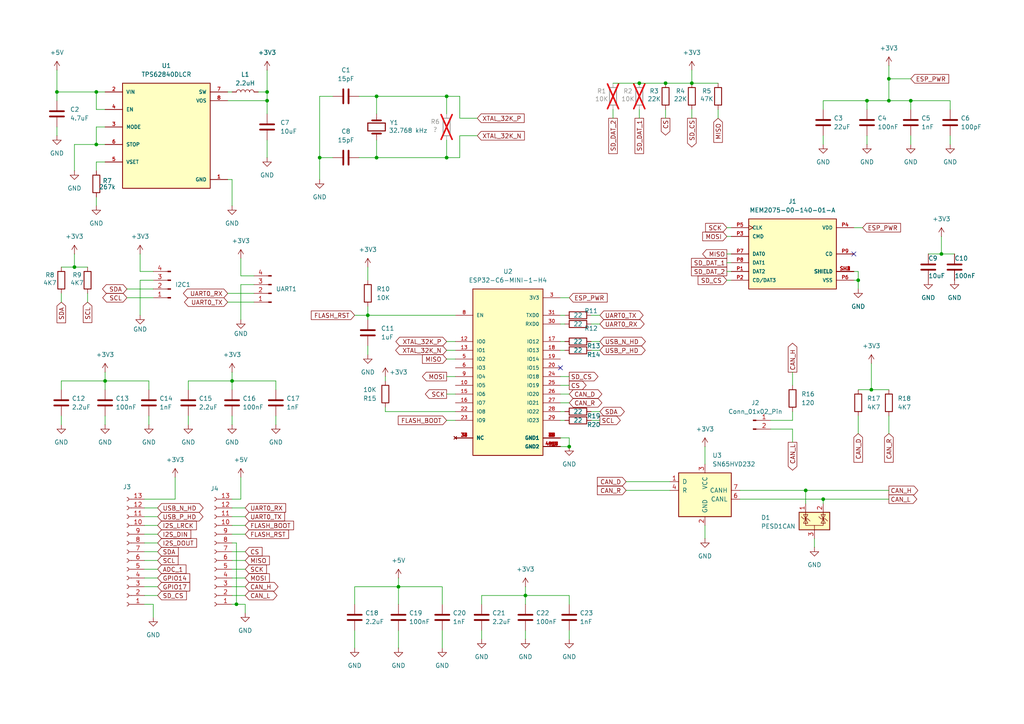
<source format=kicad_sch>
(kicad_sch (version 20250114) (generator "eeschema") (generator_version "9.0")
  (paper "A4")
  (junction (at 238.76 144.78))
  (junction (at 129.54 45.72))
  (junction (at 27.94 26.67))
  (junction (at 16.51 26.67))
  (junction (at 251.46 29.21))
  (junction (at 152.4 172.72))
  (junction (at 252.73 113.03))
  (junction (at 109.22 45.72))
  (junction (at 273.05 73.66))
  (junction (at 185.42 24.13))
  (junction (at 264.16 29.21))
  (junction (at 67.31 110.49))
  (junction (at 129.54 27.94))
  (junction (at 233.68 142.24))
  (junction (at 92.71 45.72))
  (junction (at 77.47 29.21))
  (junction (at 257.81 22.86))
  (junction (at 30.48 110.49))
  (junction (at 109.22 27.94))
  (junction (at 106.68 91.44))
  (junction (at 115.57 170.18))
  (junction (at 68.58 175.26))
  (junction (at 77.47 26.67))
  (junction (at 257.81 29.21))
  (junction (at 200.66 24.13))
  (junction (at 27.94 41.91))
  (junction (at 193.04 24.13))
  (junction (at 21.59 77.47))
  (junction (at 248.92 81.28))
  (junction (at 165.1 129.54))
  (no_connect (at 247.65 73.66))
  (no_connect (at 162.56 106.68))
  (wire (pts (xy 106.68 91.44) (xy 106.68 92.71)))
  (wire (pts (xy 214.63 142.24) (xy 233.68 142.24)))
  (wire (pts (xy 40.64 73.66) (xy 40.64 78.74)))
  (wire (pts (xy 223.52 121.92) (xy 229.87 121.92)))
  (wire (pts (xy 69.85 80.01) (xy 73.66 80.01)))
  (wire (pts (xy 106.68 77.47) (xy 106.68 81.28)))
  (wire (pts (xy 133.35 27.94) (xy 129.54 27.94)))
  (wire (pts (xy 257.81 22.86) (xy 257.81 29.21)))
  (wire (pts (xy 67.31 170.18) (xy 71.12 170.18)))
  (wire (pts (xy 106.68 91.44) (xy 106.68 88.9)))
  (wire (pts (xy 68.58 175.26) (xy 71.12 175.26)))
  (wire (pts (xy 238.76 29.21) (xy 251.46 29.21)))
  (wire (pts (xy 163.83 121.92) (xy 162.56 121.92)))
  (wire (pts (xy 129.54 104.14) (xy 132.08 104.14)))
  (wire (pts (xy 163.83 119.38) (xy 162.56 119.38)))
  (wire (pts (xy 250.19 66.04) (xy 247.65 66.04)))
  (wire (pts (xy 133.35 45.72) (xy 129.54 45.72)))
  (wire (pts (xy 139.7 172.72) (xy 152.4 172.72)))
  (wire (pts (xy 92.71 45.72) (xy 96.52 45.72)))
  (wire (pts (xy 229.87 107.95) (xy 229.87 111.76)))
  (wire (pts (xy 30.48 120.65) (xy 30.48 123.19)))
  (wire (pts (xy 129.54 121.92) (xy 132.08 121.92)))
  (wire (pts (xy 129.54 101.6) (xy 132.08 101.6)))
  (wire (pts (xy 111.76 118.11) (xy 111.76 119.38)))
  (wire (pts (xy 185.42 31.75) (xy 185.42 34.29)))
  (wire (pts (xy 109.22 45.72) (xy 109.22 40.64)))
  (wire (pts (xy 66.04 85.09) (xy 73.66 85.09)))
  (wire (pts (xy 193.04 24.13) (xy 200.66 24.13)))
  (wire (pts (xy 96.52 27.94) (xy 92.71 27.94)))
  (wire (pts (xy 41.91 162.56) (xy 45.72 162.56)))
  (wire (pts (xy 68.58 157.48) (xy 68.58 175.26)))
  (wire (pts (xy 21.59 41.91) (xy 21.59 49.53)))
  (wire (pts (xy 36.83 86.36) (xy 44.45 86.36)))
  (wire (pts (xy 238.76 31.75) (xy 238.76 29.21)))
  (wire (pts (xy 210.82 81.28) (xy 212.09 81.28)))
  (wire (pts (xy 162.56 99.06) (xy 163.83 99.06)))
  (wire (pts (xy 54.61 120.65) (xy 54.61 123.19)))
  (wire (pts (xy 273.05 73.66) (xy 276.86 73.66)))
  (wire (pts (xy 111.76 109.22) (xy 111.76 110.49)))
  (wire (pts (xy 67.31 172.72) (xy 71.12 172.72)))
  (wire (pts (xy 173.99 121.92) (xy 171.45 121.92)))
  (wire (pts (xy 102.87 170.18) (xy 115.57 170.18)))
  (wire (pts (xy 210.82 73.66) (xy 212.09 73.66)))
  (wire (pts (xy 111.76 119.38) (xy 132.08 119.38)))
  (wire (pts (xy 193.04 34.29) (xy 193.04 31.75)))
  (wire (pts (xy 17.78 110.49) (xy 17.78 113.03)))
  (wire (pts (xy 204.47 129.54) (xy 204.47 134.62)))
  (wire (pts (xy 165.1 114.3) (xy 162.56 114.3)))
  (wire (pts (xy 41.91 165.1) (xy 45.72 165.1)))
  (wire (pts (xy 264.16 31.75) (xy 264.16 29.21)))
  (wire (pts (xy 128.27 182.88) (xy 128.27 187.96)))
  (wire (pts (xy 71.12 149.86) (xy 67.31 149.86)))
  (wire (pts (xy 165.1 111.76) (xy 162.56 111.76)))
  (wire (pts (xy 27.94 41.91) (xy 21.59 41.91)))
  (wire (pts (xy 67.31 165.1) (xy 71.12 165.1)))
  (wire (pts (xy 177.8 24.13) (xy 185.42 24.13)))
  (wire (pts (xy 41.91 152.4) (xy 45.72 152.4)))
  (wire (pts (xy 41.91 160.02) (xy 45.72 160.02)))
  (wire (pts (xy 27.94 46.99) (xy 30.48 46.99)))
  (wire (pts (xy 21.59 77.47) (xy 25.4 77.47)))
  (wire (pts (xy 40.64 81.28) (xy 44.45 81.28)))
  (wire (pts (xy 233.68 142.24) (xy 233.68 146.05)))
  (wire (pts (xy 30.48 110.49) (xy 30.48 113.03)))
  (wire (pts (xy 67.31 59.69) (xy 67.31 52.07)))
  (wire (pts (xy 138.43 34.29) (xy 133.35 34.29)))
  (wire (pts (xy 71.12 147.32) (xy 67.31 147.32)))
  (wire (pts (xy 69.85 92.71) (xy 69.85 82.55)))
  (wire (pts (xy 248.92 78.74) (xy 247.65 78.74)))
  (wire (pts (xy 67.31 107.95) (xy 67.31 110.49)))
  (wire (pts (xy 129.54 114.3) (xy 132.08 114.3)))
  (wire (pts (xy 248.92 120.65) (xy 248.92 125.73)))
  (wire (pts (xy 41.91 147.32) (xy 45.72 147.32)))
  (wire (pts (xy 44.45 175.26) (xy 44.45 179.07)))
  (wire (pts (xy 67.31 160.02) (xy 71.12 160.02)))
  (wire (pts (xy 248.92 113.03) (xy 252.73 113.03)))
  (wire (pts (xy 104.14 27.94) (xy 109.22 27.94)))
  (wire (pts (xy 50.8 138.43) (xy 50.8 144.78)))
  (wire (pts (xy 30.48 110.49) (xy 43.18 110.49)))
  (wire (pts (xy 162.56 86.36) (xy 165.1 86.36)))
  (wire (pts (xy 67.31 110.49) (xy 67.31 113.03)))
  (wire (pts (xy 252.73 113.03) (xy 252.73 105.41)))
  (wire (pts (xy 27.94 31.75) (xy 27.94 26.67)))
  (wire (pts (xy 30.48 41.91) (xy 27.94 41.91)))
  (wire (pts (xy 77.47 20.32) (xy 77.47 26.67)))
  (wire (pts (xy 257.81 120.65) (xy 257.81 125.73)))
  (wire (pts (xy 27.94 57.15) (xy 27.94 59.69)))
  (wire (pts (xy 16.51 26.67) (xy 16.51 29.21)))
  (wire (pts (xy 229.87 124.46) (xy 229.87 128.27)))
  (wire (pts (xy 115.57 167.64) (xy 115.57 170.18)))
  (wire (pts (xy 165.1 116.84) (xy 162.56 116.84)))
  (wire (pts (xy 177.8 31.75) (xy 177.8 34.29)))
  (wire (pts (xy 104.14 45.72) (xy 109.22 45.72)))
  (wire (pts (xy 173.99 119.38) (xy 171.45 119.38)))
  (wire (pts (xy 162.56 127) (xy 165.1 127)))
  (wire (pts (xy 204.47 152.4) (xy 204.47 156.21)))
  (wire (pts (xy 129.54 99.06) (xy 132.08 99.06)))
  (wire (pts (xy 257.81 22.86) (xy 264.16 22.86)))
  (wire (pts (xy 236.22 156.21) (xy 236.22 158.75)))
  (wire (pts (xy 139.7 182.88) (xy 139.7 185.42)))
  (wire (pts (xy 77.47 45.72) (xy 77.47 40.64)))
  (wire (pts (xy 67.31 157.48) (xy 68.58 157.48)))
  (wire (pts (xy 214.63 144.78) (xy 238.76 144.78)))
  (wire (pts (xy 181.61 139.7) (xy 194.31 139.7)))
  (wire (pts (xy 223.52 124.46) (xy 229.87 124.46)))
  (wire (pts (xy 36.83 83.82) (xy 44.45 83.82)))
  (wire (pts (xy 171.45 101.6) (xy 173.99 101.6)))
  (wire (pts (xy 43.18 120.65) (xy 43.18 123.19)))
  (wire (pts (xy 252.73 113.03) (xy 257.81 113.03)))
  (wire (pts (xy 139.7 175.26) (xy 139.7 172.72)))
  (wire (pts (xy 165.1 127) (xy 165.1 129.54)))
  (wire (pts (xy 162.56 93.98) (xy 163.83 93.98)))
  (wire (pts (xy 257.81 29.21) (xy 264.16 29.21)))
  (wire (pts (xy 275.59 29.21) (xy 264.16 29.21)))
  (wire (pts (xy 210.82 76.2) (xy 212.09 76.2)))
  (wire (pts (xy 30.48 36.83) (xy 27.94 36.83)))
  (wire (pts (xy 41.91 157.48) (xy 45.72 157.48)))
  (wire (pts (xy 40.64 91.44) (xy 40.64 81.28)))
  (wire (pts (xy 67.31 167.64) (xy 71.12 167.64)))
  (wire (pts (xy 41.91 175.26) (xy 44.45 175.26)))
  (wire (pts (xy 69.85 74.93) (xy 69.85 80.01)))
  (wire (pts (xy 163.83 101.6) (xy 162.56 101.6)))
  (wire (pts (xy 165.1 109.22) (xy 162.56 109.22)))
  (wire (pts (xy 200.66 31.75) (xy 200.66 34.29)))
  (wire (pts (xy 67.31 144.78) (xy 69.85 144.78)))
  (wire (pts (xy 67.31 110.49) (xy 80.01 110.49)))
  (wire (pts (xy 16.51 20.32) (xy 16.51 26.67)))
  (wire (pts (xy 251.46 29.21) (xy 257.81 29.21)))
  (wire (pts (xy 138.43 39.37) (xy 133.35 39.37)))
  (wire (pts (xy 102.87 91.44) (xy 106.68 91.44)))
  (wire (pts (xy 273.05 68.58) (xy 273.05 73.66)))
  (wire (pts (xy 43.18 110.49) (xy 43.18 113.03)))
  (wire (pts (xy 181.61 142.24) (xy 194.31 142.24)))
  (wire (pts (xy 109.22 33.02) (xy 109.22 27.94)))
  (wire (pts (xy 200.66 24.13) (xy 208.28 24.13)))
  (wire (pts (xy 80.01 120.65) (xy 80.01 123.19)))
  (wire (pts (xy 80.01 113.03) (xy 80.01 110.49)))
  (wire (pts (xy 152.4 170.18) (xy 152.4 172.72)))
  (wire (pts (xy 67.31 162.56) (xy 71.12 162.56)))
  (wire (pts (xy 165.1 175.26) (xy 165.1 172.72)))
  (wire (pts (xy 17.78 77.47) (xy 21.59 77.47)))
  (wire (pts (xy 17.78 85.09) (xy 17.78 87.63)))
  (wire (pts (xy 248.92 78.74) (xy 248.92 81.28)))
  (wire (pts (xy 16.51 36.83) (xy 16.51 39.37)))
  (wire (pts (xy 109.22 27.94) (xy 129.54 27.94)))
  (wire (pts (xy 251.46 39.37) (xy 251.46 41.91)))
  (wire (pts (xy 77.47 26.67) (xy 77.47 29.21)))
  (wire (pts (xy 210.82 68.58) (xy 212.09 68.58)))
  (wire (pts (xy 129.54 40.64) (xy 129.54 45.72)))
  (wire (pts (xy 238.76 144.78) (xy 238.76 146.05)))
  (wire (pts (xy 248.92 81.28) (xy 247.65 81.28)))
  (wire (pts (xy 17.78 110.49) (xy 30.48 110.49)))
  (wire (pts (xy 54.61 110.49) (xy 67.31 110.49)))
  (wire (pts (xy 17.78 120.65) (xy 17.78 123.19)))
  (wire (pts (xy 171.45 91.44) (xy 173.99 91.44)))
  (wire (pts (xy 238.76 144.78) (xy 257.81 144.78)))
  (wire (pts (xy 229.87 121.92) (xy 229.87 119.38)))
  (wire (pts (xy 41.91 167.64) (xy 45.72 167.64)))
  (wire (pts (xy 92.71 45.72) (xy 92.71 52.07)))
  (wire (pts (xy 30.48 31.75) (xy 27.94 31.75)))
  (wire (pts (xy 133.35 34.29) (xy 133.35 27.94)))
  (wire (pts (xy 165.1 182.88) (xy 165.1 185.42)))
  (wire (pts (xy 69.85 138.43) (xy 69.85 144.78)))
  (wire (pts (xy 102.87 182.88) (xy 102.87 187.96)))
  (wire (pts (xy 129.54 109.22) (xy 132.08 109.22)))
  (wire (pts (xy 152.4 172.72) (xy 165.1 172.72)))
  (wire (pts (xy 162.56 91.44) (xy 163.83 91.44)))
  (wire (pts (xy 92.71 27.94) (xy 92.71 45.72)))
  (wire (pts (xy 69.85 82.55) (xy 73.66 82.55)))
  (wire (pts (xy 115.57 170.18) (xy 115.57 175.26)))
  (wire (pts (xy 77.47 29.21) (xy 77.47 33.02)))
  (wire (pts (xy 269.24 73.66) (xy 273.05 73.66)))
  (wire (pts (xy 21.59 77.47) (xy 21.59 73.66)))
  (wire (pts (xy 41.91 172.72) (xy 45.72 172.72)))
  (wire (pts (xy 200.66 20.32) (xy 200.66 24.13)))
  (wire (pts (xy 129.54 27.94) (xy 129.54 33.02)))
  (wire (pts (xy 16.51 26.67) (xy 27.94 26.67)))
  (wire (pts (xy 128.27 175.26) (xy 128.27 170.18)))
  (wire (pts (xy 66.04 29.21) (xy 77.47 29.21)))
  (wire (pts (xy 275.59 31.75) (xy 275.59 29.21)))
  (wire (pts (xy 152.4 172.72) (xy 152.4 175.26)))
  (wire (pts (xy 30.48 107.95) (xy 30.48 110.49)))
  (wire (pts (xy 152.4 182.88) (xy 152.4 185.42)))
  (wire (pts (xy 251.46 29.21) (xy 251.46 31.75)))
  (wire (pts (xy 210.82 66.04) (xy 212.09 66.04)))
  (wire (pts (xy 257.81 19.05) (xy 257.81 22.86)))
  (wire (pts (xy 66.04 26.67) (xy 67.31 26.67)))
  (wire (pts (xy 106.68 100.33) (xy 106.68 102.87)))
  (wire (pts (xy 40.64 78.74) (xy 44.45 78.74)))
  (wire (pts (xy 41.91 170.18) (xy 45.72 170.18)))
  (wire (pts (xy 171.45 93.98) (xy 173.99 93.98)))
  (wire (pts (xy 41.91 149.86) (xy 45.72 149.86)))
  (wire (pts (xy 106.68 91.44) (xy 132.08 91.44)))
  (wire (pts (xy 54.61 113.03) (xy 54.61 110.49)))
  (wire (pts (xy 208.28 31.75) (xy 208.28 34.29)))
  (wire (pts (xy 67.31 120.65) (xy 67.31 123.19)))
  (wire (pts (xy 71.12 175.26) (xy 71.12 177.8)))
  (wire (pts (xy 102.87 175.26) (xy 102.87 170.18)))
  (wire (pts (xy 185.42 24.13) (xy 193.04 24.13)))
  (wire (pts (xy 66.04 87.63) (xy 73.66 87.63)))
  (wire (pts (xy 238.76 39.37) (xy 238.76 41.91)))
  (wire (pts (xy 210.82 78.74) (xy 212.09 78.74)))
  (wire (pts (xy 71.12 152.4) (xy 67.31 152.4)))
  (wire (pts (xy 27.94 46.99) (xy 27.94 49.53)))
  (wire (pts (xy 115.57 182.88) (xy 115.57 187.96)))
  (wire (pts (xy 133.35 39.37) (xy 133.35 45.72)))
  (wire (pts (xy 67.31 52.07) (xy 66.04 52.07)))
  (wire (pts (xy 248.92 81.28) (xy 248.92 83.82)))
  (wire (pts (xy 233.68 142.24) (xy 257.81 142.24)))
  (wire (pts (xy 27.94 26.67) (xy 30.48 26.67)))
  (wire (pts (xy 41.91 144.78) (xy 50.8 144.78)))
  (wire (pts (xy 275.59 39.37) (xy 275.59 41.91)))
  (wire (pts (xy 74.93 26.67) (xy 77.47 26.67)))
  (wire (pts (xy 115.57 170.18) (xy 128.27 170.18)))
  (wire (pts (xy 25.4 85.09) (xy 25.4 87.63)))
  (wire (pts (xy 165.1 129.54) (xy 162.56 129.54)))
  (wire (pts (xy 41.91 154.94) (xy 45.72 154.94)))
  (wire (pts (xy 27.94 36.83) (xy 27.94 41.91)))
  (wire (pts (xy 109.22 45.72) (xy 129.54 45.72)))
  (wire (pts (xy 71.12 154.94) (xy 67.31 154.94)))
  (wire (pts (xy 67.31 175.26) (xy 68.58 175.26)))
  (wire (pts (xy 264.16 39.37) (xy 264.16 41.91)))
  (wire (pts (xy 171.45 99.06) (xy 173.99 99.06)))
  (global_label "ESP_PWR" (shape input) (at 250.19 66.04 0) (property "Intersheetrefs" "${INTERSHEET_REFS}" (effects (hide yes))))
  (global_label "CAN_R" (shape bidirectional) (at 165.1 116.84 0) (property "Intersheetrefs" "${INTERSHEET_REFS}" (effects (hide yes))))
  (global_label "XTAL_32K_P" (shape bidirectional) (at 129.54 99.06 180) (property "Intersheetrefs" "${INTERSHEET_REFS}" (effects (hide yes))))
  (global_label "ESP_PWR" (shape input) (at 264.16 22.86 0) (property "Intersheetrefs" "${INTERSHEET_REFS}" (effects (hide yes))))
  (global_label "GPIO14" (shape input) (at 45.72 167.64 0) (property "Intersheetrefs" "${INTERSHEET_REFS}" (effects (hide yes))))
  (global_label "CAN_R" (shape input) (at 257.81 125.73 270) (property "Intersheetrefs" "${INTERSHEET_REFS}" (effects (hide yes))))
  (global_label "SCK" (shape input) (at 210.82 66.04 180) (property "Intersheetrefs" "${INTERSHEET_REFS}" (effects (hide yes))))
  (global_label "USB_N_HD" (shape bidirectional) (at 173.99 99.06 0) (property "Intersheetrefs" "${INTERSHEET_REFS}" (effects (hide yes))))
  (global_label "I2S_LRCK" (shape input) (at 45.72 152.4 0) (property "Intersheetrefs" "${INTERSHEET_REFS}" (effects (hide yes))))
  (global_label "I2S_DIN" (shape input) (at 45.72 154.94 0) (property "Intersheetrefs" "${INTERSHEET_REFS}" (effects (hide yes))))
  (global_label "UART0_RX" (shape bidirectional) (at 173.99 93.98 0) (property "Intersheetrefs" "${INTERSHEET_REFS}" (effects (hide yes))))
  (global_label "UART0_TX" (shape bidirectional) (at 66.04 87.63 180) (property "Intersheetrefs" "${INTERSHEET_REFS}" (effects (hide yes))))
  (global_label "CS" (shape input) (at 71.12 160.02 0) (property "Intersheetrefs" "${INTERSHEET_REFS}" (effects (hide yes))))
  (global_label "CAN_H" (shape output) (at 229.87 107.95 90) (property "Intersheetrefs" "${INTERSHEET_REFS}" (effects (hide yes))))
  (global_label "SD_CS" (shape output) (at 200.66 34.29 270) (property "Intersheetrefs" "${INTERSHEET_REFS}" (effects (hide yes))))
  (global_label "MOSI" (shape output) (at 129.54 109.22 180) (property "Intersheetrefs" "${INTERSHEET_REFS}" (effects (hide yes))))
  (global_label "SD_CS" (shape output) (at 165.1 109.22 0) (property "Intersheetrefs" "${INTERSHEET_REFS}" (effects (hide yes))))
  (global_label "CAN_D" (shape input) (at 181.61 139.7 180) (property "Intersheetrefs" "${INTERSHEET_REFS}" (effects (hide yes))))
  (global_label "CAN_R" (shape input) (at 181.61 142.24 180) (property "Intersheetrefs" "${INTERSHEET_REFS}" (effects (hide yes))))
  (global_label "MISO" (shape input) (at 208.28 34.29 270) (property "Intersheetrefs" "${INTERSHEET_REFS}" (effects (hide yes))))
  (global_label "SD_CS" (shape input) (at 45.72 172.72 0) (property "Intersheetrefs" "${INTERSHEET_REFS}" (effects (hide yes))))
  (global_label "SDA" (shape bidirectional) (at 36.83 83.82 180) (property "Intersheetrefs" "${INTERSHEET_REFS}" (effects (hide yes))))
  (global_label "ESP_PWR" (shape input) (at 165.1 86.36 0) (property "Intersheetrefs" "${INTERSHEET_REFS}" (effects (hide yes))))
  (global_label "CS" (shape output) (at 165.1 111.76 0) (property "Intersheetrefs" "${INTERSHEET_REFS}" (effects (hide yes))))
  (global_label "MOSI" (shape input) (at 71.12 167.64 0) (property "Intersheetrefs" "${INTERSHEET_REFS}" (effects (hide yes))))
  (global_label "UART0_RX" (shape bidirectional) (at 66.04 85.09 180) (property "Intersheetrefs" "${INTERSHEET_REFS}" (effects (hide yes))))
  (global_label "SCL" (shape output) (at 173.99 121.92 0) (property "Intersheetrefs" "${INTERSHEET_REFS}" (effects (hide yes))))
  (global_label "UART0_RX" (shape input) (at 71.12 147.32 0) (property "Intersheetrefs" "${INTERSHEET_REFS}" (effects (hide yes))))
  (global_label "MISO" (shape input) (at 129.54 104.14 180) (property "Intersheetrefs" "${INTERSHEET_REFS}" (effects (hide yes))))
  (global_label "CAN_H" (shape output) (at 257.81 142.24 0) (property "Intersheetrefs" "${INTERSHEET_REFS}" (effects (hide yes))))
  (global_label "SD_DAT_1" (shape passive) (at 210.82 76.2 180) (property "Intersheetrefs" "${INTERSHEET_REFS}" (effects (hide yes))))
  (global_label "USB_N_HD" (shape bidirectional) (at 45.72 147.32 0) (property "Intersheetrefs" "${INTERSHEET_REFS}" (effects (hide yes))))
  (global_label "FLASH_RST" (shape input) (at 102.87 91.44 180) (property "Intersheetrefs" "${INTERSHEET_REFS}" (effects (hide yes))))
  (global_label "CS" (shape output) (at 193.04 34.29 270) (property "Intersheetrefs" "${INTERSHEET_REFS}" (effects (hide yes))))
  (global_label "MOSI" (shape input) (at 210.82 68.58 180) (property "Intersheetrefs" "${INTERSHEET_REFS}" (effects (hide yes))))
  (global_label "XTAL_32K_N" (shape input) (at 138.43 39.37 0) (property "Intersheetrefs" "${INTERSHEET_REFS}" (effects (hide yes))))
  (global_label "XTAL_32K_N" (shape bidirectional) (at 129.54 101.6 180) (property "Intersheetrefs" "${INTERSHEET_REFS}" (effects (hide yes))))
  (global_label "XTAL_32K_P" (shape input) (at 138.43 34.29 0) (property "Intersheetrefs" "${INTERSHEET_REFS}" (effects (hide yes))))
  (global_label "SD_CS" (shape input) (at 210.82 81.28 180) (property "Intersheetrefs" "${INTERSHEET_REFS}" (effects (hide yes))))
  (global_label "CAN_D" (shape input) (at 248.92 125.73 270) (property "Intersheetrefs" "${INTERSHEET_REFS}" (effects (hide yes))))
  (global_label "USB_P_HD" (shape bidirectional) (at 173.99 101.6 0) (property "Intersheetrefs" "${INTERSHEET_REFS}" (effects (hide yes))))
  (global_label "SCL" (shape input) (at 25.4 87.63 270) (property "Intersheetrefs" "${INTERSHEET_REFS}" (effects (hide yes))))
  (global_label "SCK" (shape input) (at 71.12 165.1 0) (property "Intersheetrefs" "${INTERSHEET_REFS}" (effects (hide yes))))
  (global_label "SD_DAT_2" (shape passive) (at 177.8 34.29 270) (property "Intersheetrefs" "${INTERSHEET_REFS}" (effects (hide yes))))
  (global_label "SCK" (shape output) (at 129.54 114.3 180) (property "Intersheetrefs" "${INTERSHEET_REFS}" (effects (hide yes))))
  (global_label "CAN_H" (shape bidirectional) (at 71.12 170.18 0) (property "Intersheetrefs" "${INTERSHEET_REFS}" (effects (hide yes))))
  (global_label "CAN_D" (shape bidirectional) (at 165.1 114.3 0) (property "Intersheetrefs" "${INTERSHEET_REFS}" (effects (hide yes))))
  (global_label "SD_DAT_2" (shape passive) (at 210.82 78.74 180) (property "Intersheetrefs" "${INTERSHEET_REFS}" (effects (hide yes))))
  (global_label "I2S_DOUT" (shape input) (at 45.72 157.48 0) (property "Intersheetrefs" "${INTERSHEET_REFS}" (effects (hide yes))))
  (global_label "SD_DAT_1" (shape passive) (at 185.42 34.29 270) (property "Intersheetrefs" "${INTERSHEET_REFS}" (effects (hide yes))))
  (global_label "ADC_1" (shape input) (at 45.72 165.1 0) (property "Intersheetrefs" "${INTERSHEET_REFS}" (effects (hide yes))))
  (global_label "MISO" (shape output) (at 210.82 73.66 180) (property "Intersheetrefs" "${INTERSHEET_REFS}" (effects (hide yes))))
  (global_label "SDA" (shape input) (at 17.78 87.63 270) (property "Intersheetrefs" "${INTERSHEET_REFS}" (effects (hide yes))))
  (global_label "FLASH_BOOT" (shape input) (at 71.12 152.4 0) (property "Intersheetrefs" "${INTERSHEET_REFS}" (effects (hide yes))))
  (global_label "SCL" (shape bidirectional) (at 36.83 86.36 180) (property "Intersheetrefs" "${INTERSHEET_REFS}" (effects (hide yes))))
  (global_label "SDA" (shape bidirectional) (at 173.99 119.38 0) (property "Intersheetrefs" "${INTERSHEET_REFS}" (effects (hide yes))))
  (global_label "FLASH_RST" (shape input) (at 71.12 154.94 0) (property "Intersheetrefs" "${INTERSHEET_REFS}" (effects (hide yes))))
  (global_label "SDA" (shape input) (at 45.72 160.02 0) (property "Intersheetrefs" "${INTERSHEET_REFS}" (effects (hide yes))))
  (global_label "UART0_TX" (shape bidirectional) (at 173.99 91.44 0) (property "Intersheetrefs" "${INTERSHEET_REFS}" (effects (hide yes))))
  (global_label "MISO" (shape input) (at 71.12 162.56 0) (property "Intersheetrefs" "${INTERSHEET_REFS}" (effects (hide yes))))
  (global_label "CAN_L" (shape bidirectional) (at 71.12 172.72 0) (property "Intersheetrefs" "${INTERSHEET_REFS}" (effects (hide yes))))
  (global_label "SCL" (shape input) (at 45.72 162.56 0) (property "Intersheetrefs" "${INTERSHEET_REFS}" (effects (hide yes))))
  (global_label "GPIO17" (shape input) (at 45.72 170.18 0) (property "Intersheetrefs" "${INTERSHEET_REFS}" (effects (hide yes))))
  (global_label "CAN_L" (shape output) (at 257.81 144.78 0) (property "Intersheetrefs" "${INTERSHEET_REFS}" (effects (hide yes))))
  (global_label "FLASH_BOOT" (shape input) (at 129.54 121.92 180) (property "Intersheetrefs" "${INTERSHEET_REFS}" (effects (hide yes))))
  (global_label "USB_P_HD" (shape bidirectional) (at 45.72 149.86 0) (property "Intersheetrefs" "${INTERSHEET_REFS}" (effects (hide yes))))
  (global_label "CAN_L" (shape output) (at 229.87 128.27 270) (property "Intersheetrefs" "${INTERSHEET_REFS}" (effects (hide yes))))
  (global_label "UART0_TX" (shape input) (at 71.12 149.86 0) (property "Intersheetrefs" "${INTERSHEET_REFS}" (effects (hide yes))))
  (symbol (lib_id "Device:C") (at 238.76 35.56 0) (unit 1)
    (property "Reference" "C3" (at 241.808 34.29 0) (effects (justify left)))
    (property "Value" "22uF" (at 241.808 36.83 0) (effects (justify left)))
    (property "Footprint" "Capacitor_SMD:C_0603_1608Metric" (effects (hide yes)))
    (property "Description" "Unpolarized capacitor" (effects (hide yes)))
  )
  (symbol (lib_id "power:+5V") (at 69.85 138.43 0) (unit 1)
    (property "Reference" "#PWR039" (effects (hide yes)))
    (property "Value" "+5V" (at 69.85 133.35 0))
    (property "Description" "Power symbol creates a global label with name \"+5V\"" (effects (hide yes)))
  )
  (symbol (lib_id "Device:R") (at 200.66 27.94 180) (unit 1)
    (property "Reference" "R4" (at 197.358 26.416 0))
    (property "Value" "22K" (at 197.358 28.702 0))
    (property "Footprint" "Resistor_SMD:R_0603_1608Metric" (effects (hide yes)))
    (property "Description" "Resistor" (effects (hide yes)))
  )
  (symbol (lib_id "Connector:Conn_01x02_Pin") (at 218.44 121.92 0) (unit 1)
    (property "Reference" "J2" (at 219.075 116.84 0))
    (property "Value" "Conn_01x02_Pin" (at 219.075 119.38 0))
    (property "Footprint" "Connector_PinHeader_2.54mm:PinHeader_1x02_P2.54mm_Vertical" (effects (hide yes)))
    (property "Description" "Generic connector, single row, 01x02, script generated" (effects (hide yes)))
  )
  (symbol (lib_id "Device:R") (at 167.64 121.92 270) (unit 1)
    (property "Reference" "R20" (at 172.212 123.19 90))
    (property "Value" "22" (at 167.64 121.92 90))
    (property "Footprint" "Resistor_SMD:R_0603_1608Metric" (effects (hide yes)))
    (property "Description" "Resistor" (effects (hide yes)))
  )
  (symbol (lib_id "Device:C") (at 17.78 116.84 0) (unit 1)
    (property "Reference" "C12" (at 20.828 115.57 0) (effects (justify left)))
    (property "Value" "2.2uF" (at 20.828 118.11 0) (effects (justify left)))
    (property "Footprint" "Capacitor_SMD:C_0603_1608Metric" (effects (hide yes)))
    (property "Description" "Unpolarized capacitor" (effects (hide yes)))
  )
  (symbol (lib_id "Device:R") (at 106.68 85.09 0) (unit 1)
    (property "Reference" "R10" (at 109.22 83.8199 0) (effects (justify left)))
    (property "Value" "10K" (at 109.22 86.3599 0) (effects (justify left)))
    (property "Footprint" "Resistor_SMD:R_0603_1608Metric" (effects (hide yes)))
    (property "Description" "Resistor" (effects (hide yes)))
  )
  (symbol (lib_id "Device:C") (at 276.86 77.47 0) (unit 1)
    (property "Reference" "C10" (at 276.86 74.93 0) (effects (justify left)))
    (property "Value" "100nF" (at 276.86 80.01 0) (effects (justify left)))
    (property "Footprint" "Capacitor_SMD:C_0603_1608Metric" (effects (hide yes)))
    (property "Description" "Unpolarized capacitor" (effects (hide yes)))
  )
  (symbol (lib_id "power:GND") (at 67.31 59.69 0) (unit 1)
    (property "Reference" "#PWR014" (effects (hide yes)))
    (property "Value" "GND" (at 67.31 64.77 0))
    (property "Description" "Power symbol creates a global label with name \"GND\" , ground" (effects (hide yes)))
  )
  (symbol (lib_id "power:GND") (at 40.64 91.44 0) (unit 1)
    (property "Reference" "#PWR023" (effects (hide yes)))
    (property "Value" "GND" (at 40.64 95.504 0))
    (property "Description" "Power symbol creates a global label with name \"GND\" , ground" (effects (hide yes)))
  )
  (symbol (lib_id "power:GND") (at 165.1 185.42 0) (unit 1)
    (property "Reference" "#PWR048" (effects (hide yes)))
    (property "Value" "GND" (at 165.1 190.5 0))
    (property "Description" "Power symbol creates a global label with name \"GND\" , ground" (effects (hide yes)))
  )
  (symbol (lib_id "Device:R") (at 229.87 115.57 0) (unit 1)
    (property "Reference" "R16" (at 232.41 114.2999 0) (effects (justify left)))
    (property "Value" "120" (at 232.41 116.8399 0) (effects (justify left)))
    (property "Footprint" "Resistor_SMD:R_0603_1608Metric" (effects (hide yes)))
    (property "Description" "Resistor" (effects (hide yes)))
  )
  (symbol (lib_id "power:GND") (at 69.85 92.71 0) (unit 1)
    (property "Reference" "#PWR024" (effects (hide yes)))
    (property "Value" "GND" (at 69.85 96.774 0))
    (property "Description" "Power symbol creates a global label with name \"GND\" , ground" (effects (hide yes)))
  )
  (symbol (lib_id "power:+3V3") (at 50.8 138.43 0) (unit 1)
    (property "Reference" "#PWR038" (effects (hide yes)))
    (property "Value" "+3V3" (at 50.8 133.35 0))
    (property "Description" "Power symbol creates a global label with name \"+3V3\"" (effects (hide yes)))
  )
  (symbol (lib_id "power:GND") (at 139.7 185.42 0) (unit 1)
    (property "Reference" "#PWR046" (effects (hide yes)))
    (property "Value" "GND" (at 139.7 190.5 0))
    (property "Description" "Power symbol creates a global label with name \"GND\" , ground" (effects (hide yes)))
  )
  (symbol (lib_id "Device:C") (at 115.57 179.07 0) (unit 1)
    (property "Reference" "C19" (at 118.618 177.8 0) (effects (justify left)))
    (property "Value" "100nF" (at 118.618 180.34 0) (effects (justify left)))
    (property "Footprint" "Capacitor_SMD:C_0603_1608Metric" (effects (hide yes)))
    (property "Description" "Unpolarized capacitor" (effects (hide yes)))
  )
  (symbol (lib_id "Device:R") (at 248.92 116.84 180) (unit 1)
    (property "Reference" "R17" (at 251.46 115.5699 0) (effects (justify right)))
    (property "Value" "4K7" (at 251.46 118.1099 0) (effects (justify right)))
    (property "Footprint" "Resistor_SMD:R_0603_1608Metric" (effects (hide yes)))
    (property "Description" "Resistor" (effects (hide yes)))
  )
  (symbol (lib_id "Device:R") (at 17.78 81.28 180) (unit 1)
    (property "Reference" "R8" (at 14.478 79.756 0))
    (property "Value" "4K7" (at 14.478 82.042 0))
    (property "Footprint" "Resistor_SMD:R_0603_1608Metric" (effects (hide yes)))
    (property "Description" "Resistor" (effects (hide yes)))
  )
  (symbol (lib_id "power:GND") (at 30.48 123.19 0) (unit 1)
    (property "Reference" "#PWR031" (effects (hide yes)))
    (property "Value" "GND" (at 30.48 128.27 0))
    (property "Description" "Power symbol creates a global label with name \"GND\" , ground" (effects (hide yes)))
  )
  (symbol (lib_id "power:+3V3") (at 69.85 74.93 0) (unit 1)
    (property "Reference" "#PWR018" (effects (hide yes)))
    (property "Value" "+3V3" (at 69.85 69.85 0))
    (property "Description" "Power symbol creates a global label with name \"+3V3\"" (effects (hide yes)))
  )
  (symbol (lib_id "power:+3V3") (at 40.64 73.66 0) (unit 1)
    (property "Reference" "#PWR017" (effects (hide yes)))
    (property "Value" "+3V3" (at 40.64 68.58 0))
    (property "Description" "Power symbol creates a global label with name \"+3V3\"" (effects (hide yes)))
  )
  (symbol (lib_id "power:GND") (at 106.68 102.87 0) (unit 1)
    (property "Reference" "#PWR025" (effects (hide yes)))
    (property "Value" "GND" (at 106.68 107.95 0))
    (property "Description" "Power symbol creates a global label with name \"GND\" , ground" (effects (hide yes)))
  )
  (symbol (lib_id "Device:C") (at 54.61 116.84 0) (unit 1)
    (property "Reference" "C15" (at 57.658 115.57 0) (effects (justify left)))
    (property "Value" "2.2uF" (at 57.658 118.11 0) (effects (justify left)))
    (property "Footprint" "Capacitor_SMD:C_0603_1608Metric" (effects (hide yes)))
    (property "Description" "Unpolarized capacitor" (effects (hide yes)))
  )
  (symbol (lib_id "power:GND") (at 21.59 49.53 0) (unit 1)
    (property "Reference" "#PWR011" (effects (hide yes)))
    (property "Value" "GND" (at 21.59 54.61 0))
    (property "Description" "Power symbol creates a global label with name \"GND\" , ground" (effects (hide yes)))
  )
  (symbol (lib_id "power:GND") (at 251.46 41.91 0) (unit 1)
    (property "Reference" "#PWR07" (effects (hide yes)))
    (property "Value" "GND" (at 251.46 46.99 0))
    (property "Description" "Power symbol creates a global label with name \"GND\" , ground" (effects (hide yes)))
  )
  (symbol (lib_id "Device:R") (at 25.4 81.28 180) (unit 1)
    (property "Reference" "R9" (at 22.352 79.756 0))
    (property "Value" "4K7" (at 22.352 82.042 0))
    (property "Footprint" "Resistor_SMD:R_0603_1608Metric" (effects (hide yes)))
    (property "Description" "Resistor" (effects (hide yes)))
  )
  (symbol (lib_id "Device:R") (at 27.94 53.34 0) (unit 1)
    (property "Reference" "R7" (at 31.115 52.451 0))
    (property "Value" "267k" (at 31.115 54.229 0))
    (property "Footprint" "Resistor_SMD:R_0603_1608Metric" (effects (hide yes)))
    (property "Description" "Resistor" (effects (hide yes)))
  )
  (symbol (lib_id "Interface_CAN_LIN:SN65HVD232") (at 204.47 142.24 0) (unit 1)
    (property "Reference" "U3" (at 206.6133 132.08 0) (effects (justify left)))
    (property "Value" "SN65HVD232" (at 206.6133 134.62 0) (effects (justify left)))
    (property "Footprint" "Package_SO:SOIC-8_3.9x4.9mm_P1.27mm" (effects (hide yes)))
    (property "Datasheet" "http://www.ti.com/lit/ds/symlink/sn65hvd230.pdf" (effects (hide yes)))
    (property "Description" "CAN Bus Transceivers, 3.3V, 1Mbps, SOIC-8" (effects (hide yes)))
  )
  (symbol (lib_id "Device:C") (at 264.16 35.56 0) (unit 1)
    (property "Reference" "C5" (at 267.208 34.29 0) (effects (justify left)))
    (property "Value" "1nF" (at 267.208 36.83 0) (effects (justify left)))
    (property "Footprint" "Capacitor_SMD:C_0603_1608Metric" (effects (hide yes)))
    (property "Description" "Unpolarized capacitor" (effects (hide yes)))
  )
  (symbol (lib_id "Device:C") (at 128.27 179.07 0) (unit 1)
    (property "Reference" "C20" (at 131.318 177.8 0) (effects (justify left)))
    (property "Value" "1nF" (at 131.318 180.34 0) (effects (justify left)))
    (property "Footprint" "Capacitor_SMD:C_0603_1608Metric" (effects (hide yes)))
    (property "Description" "Unpolarized capacitor" (effects (hide yes)))
  )
  (symbol (lib_id "power:GND") (at 92.71 52.07 0) (unit 1)
    (property "Reference" "#PWR012" (effects (hide yes)))
    (property "Value" "GND" (at 92.71 57.15 0))
    (property "Description" "Power symbol creates a global label with name \"GND\" , ground" (effects (hide yes)))
  )
  (symbol (lib_id "MEM2075-00-140-01-A:MEM2075-00-140-01-A") (at 229.87 73.66 0) (unit 1)
    (property "Reference" "J1" (at 229.87 58.42 0))
    (property "Value" "MEM2075-00-140-01-A" (at 229.87 60.96 0))
    (property "Footprint" "MEM2075-00-140-01-A:GCT_MEM2075-00-140-01-A" (effects (hide yes)))
    (property "MF" "Global Connector Technology" (effects (hide yes)))
    (property "Description_1" "9 (8 + 1) Position Card Connector microSD Surface Mount, Right Angle Gold" (effects (hide yes)))
    (property "Package" "None" (effects (hide yes)))
    (property "Price" "None" (effects (hide yes)))
    (property "Check_prices" "https://www.snapeda.com/parts/MEM2075-00-140-01-A/Global+Connector+Technology/view-part/?ref=eda" (effects (hide yes)))
    (property "STANDARD" "Manufacturer recommendations" (effects (hide yes)))
    (property "PARTREV" "A" (effects (hide yes)))
    (property "SnapEDA_Link" "https://www.snapeda.com/parts/MEM2075-00-140-01-A/Global+Connector+Technology/view-part/?ref=snap" (effects (hide yes)))
    (property "MP" "MEM2075-00-140-01-A" (effects (hide yes)))
    (property "Availability" "In Stock" (effects (hide yes)))
    (property "MANUFACTURER" "GCT" (effects (hide yes)))
  )
  (symbol (lib_id "power:GND") (at 102.87 187.96 0) (unit 1)
    (property "Reference" "#PWR049" (effects (hide yes)))
    (property "Value" "GND" (at 102.87 193.04 0))
    (property "Description" "Power symbol creates a global label with name \"GND\" , ground" (effects (hide yes)))
  )
  (symbol (lib_id "power:GND") (at 67.31 123.19 0) (unit 1)
    (property "Reference" "#PWR034" (effects (hide yes)))
    (property "Value" "GND" (at 67.31 128.27 0))
    (property "Description" "Power symbol creates a global label with name \"GND\" , ground" (effects (hide yes)))
  )
  (symbol (lib_id "power:GND") (at 77.47 45.72 0) (unit 1)
    (property "Reference" "#PWR010" (effects (hide yes)))
    (property "Value" "GND" (at 77.47 50.8 0))
    (property "Description" "Power symbol creates a global label with name \"GND\" , ground" (effects (hide yes)))
  )
  (symbol (lib_id "Connector:Conn_01x13_Socket") (at 62.23 160.02 180) (unit 1)
    (property "Reference" "J4" (at 62.23 141.732 0))
    (property "Value" "Conn_01x13_Socket" (effects (hide yes)))
    (property "Footprint" "Connector_PinSocket_2.54mm:PinSocket_1x13_P2.54mm_Vertical" (effects (hide yes)))
    (property "Description" "Generic connector, single row, 01x13, script generated" (effects (hide yes)))
  )
  (symbol (lib_id "Device:C") (at 77.47 36.83 0) (unit 1)
    (property "Reference" "C7" (at 81.28 35.5599 0) (effects (justify left)))
    (property "Value" "10uF" (at 81.28 38.0999 0) (effects (justify left)))
    (property "Footprint" "GRM155R60J106ME44D:CAPC1005X55N" (effects (hide yes)))
    (property "Description" "Unpolarized capacitor" (effects (hide yes)))
  )
  (symbol (lib_id "power:+3V3") (at 77.47 20.32 0) (unit 1)
    (property "Reference" "#PWR03" (effects (hide yes)))
    (property "Value" "+3V3" (at 77.47 15.24 0))
    (property "Description" "Power symbol creates a global label with name \"+3V3\"" (effects (hide yes)))
  )
  (symbol (lib_id "power:GND") (at 80.01 123.19 0) (unit 1)
    (property "Reference" "#PWR035" (effects (hide yes)))
    (property "Value" "GND" (at 80.01 128.27 0))
    (property "Description" "Power symbol creates a global label with name \"GND\" , ground" (effects (hide yes)))
  )
  (symbol (lib_id "power:GND") (at 276.86 81.28 0) (unit 1)
    (property "Reference" "#PWR021" (effects (hide yes)))
    (property "Value" "GND" (at 276.86 86.36 0))
    (property "Description" "Power symbol creates a global label with name \"GND\" , ground" (effects (hide yes)))
  )
  (symbol (lib_id "power:GND") (at 44.45 179.07 0) (unit 1)
    (property "Reference" "#PWR045" (effects (hide yes)))
    (property "Value" "GND" (at 44.45 184.15 0))
    (property "Description" "Power symbol creates a global label with name \"GND\" , ground" (effects (hide yes)))
  )
  (symbol (lib_id "Connector:Conn_01x04_Pin") (at 78.74 85.09 180) (unit 1)
    (property "Reference" "UART1" (at 80.01 83.8199 0) (effects (justify right)))
    (property "Value" "Conn_01x04_Pin" (effects (hide yes)))
    (property "Footprint" "Connector_JST:JST_PH_S4B-PH-K_1x04_P2.00mm_Horizontal" (effects (hide yes)))
    (property "Description" "Generic connector, single row, 01x04, script generated" (effects (hide yes)))
  )
  (symbol (lib_id "Device:C") (at 139.7 179.07 0) (unit 1)
    (property "Reference" "C21" (at 142.748 177.8 0) (effects (justify left)))
    (property "Value" "2.2uF" (at 142.748 180.34 0) (effects (justify left)))
    (property "Footprint" "Capacitor_SMD:C_0603_1608Metric" (effects (hide yes)))
    (property "Description" "Unpolarized capacitor" (effects (hide yes)))
  )
  (symbol (lib_id "power:GND") (at 269.24 81.28 0) (unit 1)
    (property "Reference" "#PWR020" (effects (hide yes)))
    (property "Value" "GND" (at 269.24 86.36 0))
    (property "Description" "Power symbol creates a global label with name \"GND\" , ground" (effects (hide yes)))
  )
  (symbol (lib_id "power:GND") (at 204.47 156.21 0) (unit 1)
    (property "Reference" "#PWR040" (effects (hide yes)))
    (property "Value" "GND" (at 204.47 161.29 0))
    (property "Description" "Power symbol creates a global label with name \"GND\" , ground" (effects (hide yes)))
  )
  (symbol (lib_id "power:+3V3") (at 273.05 68.58 0) (unit 1)
    (property "Reference" "#PWR015" (effects (hide yes)))
    (property "Value" "+3V3" (at 273.05 63.5 0))
    (property "Description" "Power symbol creates a global label with name \"+3V3\"" (effects (hide yes)))
  )
  (symbol (lib_id "Device:R") (at 167.64 93.98 270) (unit 1)
    (property "Reference" "R12" (at 171.45 95.25 90))
    (property "Value" "22" (at 167.64 93.98 90))
    (property "Footprint" "Resistor_SMD:R_0603_1608Metric" (effects (hide yes)))
    (property "Description" "Resistor" (effects (hide yes)))
  )
  (symbol (lib_id "power:GND") (at 248.92 83.82 0) (unit 1)
    (property "Reference" "#PWR022" (effects (hide yes)))
    (property "Value" "GND" (at 248.92 88.9 0))
    (property "Description" "Power symbol creates a global label with name \"GND\" , ground" (effects (hide yes)))
  )
  (symbol (lib_id "Device:C") (at 80.01 116.84 0) (unit 1)
    (property "Reference" "C17" (at 83.058 115.57 0) (effects (justify left)))
    (property "Value" "1nF" (at 83.058 118.11 0) (effects (justify left)))
    (property "Footprint" "Capacitor_SMD:C_0603_1608Metric" (effects (hide yes)))
    (property "Description" "Unpolarized capacitor" (effects (hide yes)))
  )
  (symbol (lib_id "power:+3V3") (at 252.73 105.41 0) (unit 1)
    (property "Reference" "#PWR026" (effects (hide yes)))
    (property "Value" "+3V3" (at 252.73 100.33 0))
    (property "Description" "Power symbol creates a global label with name \"+3V3\"" (effects (hide yes)))
  )
  (symbol (lib_id "Device:C") (at 251.46 35.56 0) (unit 1)
    (property "Reference" "C4" (at 254.508 34.29 0) (effects (justify left)))
    (property "Value" "100nF" (at 254.508 36.83 0) (effects (justify left)))
    (property "Footprint" "Capacitor_SMD:C_0603_1608Metric" (effects (hide yes)))
    (property "Description" "Unpolarized capacitor" (effects (hide yes)))
  )
  (symbol (lib_id "Connector:Conn_01x13_Socket") (at 36.83 160.02 180) (unit 1)
    (property "Reference" "J3" (at 36.83 141.224 0))
    (property "Value" "Conn_01x13_Socket" (effects (hide yes)))
    (property "Footprint" "Connector_PinSocket_2.54mm:PinSocket_1x13_P2.54mm_Vertical" (effects (hide yes)))
    (property "Description" "Generic connector, single row, 01x13, script generated" (effects (hide yes)))
  )
  (symbol (lib_id "Device:R") (at 177.8 27.94 180) (unit 1) (dnp yes)
    (property "Reference" "R1" (at 174.498 26.416 0))
    (property "Value" "10K" (at 174.498 28.702 0))
    (property "Footprint" "Resistor_SMD:R_0603_1608Metric" (effects (hide yes)))
    (property "Description" "Resistor" (effects (hide yes)))
  )
  (symbol (lib_id "power:GND") (at 238.76 41.91 0) (unit 1)
    (property "Reference" "#PWR06" (effects (hide yes)))
    (property "Value" "GND" (at 238.76 46.99 0))
    (property "Description" "Power symbol creates a global label with name \"GND\" , ground" (effects (hide yes)))
  )
  (symbol (lib_id "power:+3V3") (at 30.48 107.95 0) (unit 1)
    (property "Reference" "#PWR027" (effects (hide yes)))
    (property "Value" "+3V3" (at 30.48 102.87 0))
    (property "Description" "Power symbol creates a global label with name \"+3V3\"" (effects (hide yes)))
  )
  (symbol (lib_id "power:GND") (at 71.12 177.8 0) (unit 1)
    (property "Reference" "#PWR044" (effects (hide yes)))
    (property "Value" "GND" (at 71.12 182.88 0))
    (property "Description" "Power symbol creates a global label with name \"GND\" , ground" (effects (hide yes)))
  )
  (symbol (lib_id "power:+3V3") (at 200.66 20.32 0) (unit 1)
    (property "Reference" "#PWR04" (effects (hide yes)))
    (property "Value" "+3V3" (at 200.66 15.24 0))
    (property "Description" "Power symbol creates a global label with name \"+3V3\"" (effects (hide yes)))
  )
  (symbol (lib_id "power:GND") (at 54.61 123.19 0) (unit 1)
    (property "Reference" "#PWR033" (effects (hide yes)))
    (property "Value" "GND" (at 54.61 128.27 0))
    (property "Description" "Power symbol creates a global label with name \"GND\" , ground" (effects (hide yes)))
  )
  (symbol (lib_id "TPS62840DLCR:TPS62840DLCR") (at 48.26 39.37 0) (unit 1)
    (property "Reference" "U1" (at 48.26 19.05 0))
    (property "Value" "TPS62840DLCR" (at 48.26 21.59 0))
    (property "Footprint" "TPS62840DLCR:SON50P200X150X100-8N" (effects (hide yes)))
    (property "MF" "Texas Instruments" (effects (hide yes)))
    (property "MOUSER-PURCHASE-URL" "https://snapeda.com/shop?store=Mouser&id=4216699" (effects (hide yes)))
    (property "DESCRIPTION" "60-nA IQ, 1.8-V to 6.5-VIN, high-efficiency 750-mA step-down converter 8-VSON-HR -40 to 125" (effects (hide yes)))
    (property "PACKAGE" "VSON-HR-8 Texas Instruments" (effects (hide yes)))
    (property "PRICE" "None" (effects (hide yes)))
    (property "Package" "VSON-HR-8 Texas Instruments" (effects (hide yes)))
    (property "Check_prices" "https://www.snapeda.com/parts/TPS62840DLCR/Texas+Instruments/view-part/?ref=eda" (effects (hide yes)))
    (property "Price" "None" (effects (hide yes)))
    (property "SnapEDA_Link" "https://www.snapeda.com/parts/TPS62840DLCR/Texas+Instruments/view-part/?ref=snap" (effects (hide yes)))
    (property "MP" "TPS62840DLCR" (effects (hide yes)))
    (property "TEXAS_INSTRUMENTS-PURCHASE-URL" "https://snapeda.com/shop?store=Texas+Instruments&id=4216699" (effects (hide yes)))
    (property "Availability" "In Stock" (effects (hide yes)))
    (property "AVAILABILITY" "Warning" (effects (hide yes)))
    (property "Description_1" "60-nA quiescent current (IQ), 1.8-V to 6.5-VIN, high-efficiency 750-mA step-down converter" (effects (hide yes)))
  )
  (symbol (lib_id "power:+3V3") (at 257.81 19.05 0) (unit 1)
    (property "Reference" "#PWR01" (effects (hide yes)))
    (property "Value" "+3V3" (at 257.81 13.97 0))
    (property "Description" "Power symbol creates a global label with name \"+3V3\"" (effects (hide yes)))
  )
  (symbol (lib_id "power:GND") (at 264.16 41.91 0) (unit 1)
    (property "Reference" "#PWR08" (effects (hide yes)))
    (property "Value" "GND" (at 264.16 46.99 0))
    (property "Description" "Power symbol creates a global label with name \"GND\" , ground" (effects (hide yes)))
  )
  (symbol (lib_id "Device:C") (at 165.1 179.07 0) (unit 1)
    (property "Reference" "C23" (at 168.148 177.8 0) (effects (justify left)))
    (property "Value" "1nF" (at 168.148 180.34 0) (effects (justify left)))
    (property "Footprint" "Capacitor_SMD:C_0603_1608Metric" (effects (hide yes)))
    (property "Description" "Unpolarized capacitor" (effects (hide yes)))
  )
  (symbol (lib_id "Device:R") (at 185.42 27.94 180) (unit 1) (dnp yes)
    (property "Reference" "R2" (at 182.118 26.416 0))
    (property "Value" "10K" (at 182.118 28.702 0))
    (property "Footprint" "Resistor_SMD:R_0603_1608Metric" (effects (hide yes)))
    (property "Description" "Resistor" (effects (hide yes)))
  )
  (symbol (lib_id "Device:C") (at 100.33 45.72 90) (unit 1)
    (property "Reference" "C8" (at 100.33 38.1 90))
    (property "Value" "15pF" (at 100.33 40.64 90))
    (property "Footprint" "Capacitor_SMD:C_0603_1608Metric" (effects (hide yes)))
    (property "Description" "Unpolarized capacitor" (effects (hide yes)))
  )
  (symbol (lib_id "power:+3V3") (at 67.31 107.95 0) (unit 1)
    (property "Reference" "#PWR028" (effects (hide yes)))
    (property "Value" "+3V3" (at 67.31 102.87 0))
    (property "Description" "Power symbol creates a global label with name \"+3V3\"" (effects (hide yes)))
  )
  (symbol (lib_id "power:GND") (at 128.27 187.96 0) (unit 1)
    (property "Reference" "#PWR051" (effects (hide yes)))
    (property "Value" "GND" (at 128.27 193.04 0))
    (property "Description" "Power symbol creates a global label with name \"GND\" , ground" (effects (hide yes)))
  )
  (symbol (lib_id "ESP32-C6-MINI-1-H4:ESP32-C6-MINI-1-H4") (at 147.32 106.68 0) (unit 1)
    (property "Reference" "U2" (at 147.32 78.74 0))
    (property "Value" "ESP32-C6-MINI-1-H4" (at 147.32 81.28 0))
    (property "Footprint" "ESP32-C6-MINI-1-H4:XCVR_ESP32-C6-MINI-1-H4" (effects (hide yes)))
    (property "MF" "Espressif Systems" (effects (hide yes)))
    (property "MAXIMUM_PACKAGE_HEIGHT" "2.55 mm" (effects (hide yes)))
    (property "Package" "SMD-53 Espressif Systems" (effects (hide yes)))
    (property "Price" "None" (effects (hide yes)))
    (property "Check_prices" "https://www.snapeda.com/parts/ESP32-C6-MINI-1-H4/Espressif+Systems/view-part/?ref=eda" (effects (hide yes)))
    (property "STANDARD" "Manufacturer recommendations" (effects (hide yes)))
    (property "PARTREV" "1.0" (effects (hide yes)))
    (property "SnapEDA_Link" "https://www.snapeda.com/parts/ESP32-C6-MINI-1-H4/Espressif+Systems/view-part/?ref=snap" (effects (hide yes)))
    (property "MP" "ESP32-C6-MINI-1-H4" (effects (hide yes)))
    (property "Description_1" "Espressif Systems ENGINEERING SAMPLE ESP32-C6 Module, supports Wi-Fi 6 in 2.4 GHz band, Bluetooth 5, Zigbee 3.0 and Thread - -40 to 85C" (effects (hide yes)))
    (property "Availability" "In Stock" (effects (hide yes)))
    (property "MANUFACTURER" "Espressif Systems" (effects (hide yes)))
  )
  (symbol (lib_id "Device:L") (at 71.12 26.67 90) (unit 1)
    (property "Reference" "L1" (at 71.12 21.59 90))
    (property "Value" "2.2uH" (at 71.12 24.13 90))
    (property "Footprint" "DFE201612E-2R2M_P2:INDC2016X120N" (effects (hide yes)))
    (property "Description" "Inductor" (effects (hide yes)))
  )
  (symbol (lib_id "power:+5V") (at 16.51 20.32 0) (unit 1)
    (property "Reference" "#PWR02" (effects (hide yes)))
    (property "Value" "+5V" (at 16.51 15.24 0))
    (property "Description" "Power symbol creates a global label with name \"+5V\"" (effects (hide yes)))
  )
  (symbol (lib_id "Device:R") (at 167.64 101.6 270) (unit 1)
    (property "Reference" "R14" (at 172.212 102.87 90))
    (property "Value" "22" (at 167.64 101.6 90))
    (property "Footprint" "Resistor_SMD:R_0603_1608Metric" (effects (hide yes)))
    (property "Description" "Resistor" (effects (hide yes)))
  )
  (symbol (lib_id "power:GND") (at 16.51 39.37 0) (unit 1)
    (property "Reference" "#PWR05" (effects (hide yes)))
    (property "Value" "GND" (at 16.51 44.45 0))
    (property "Description" "Power symbol creates a global label with name \"GND\" , ground" (effects (hide yes)))
  )
  (symbol (lib_id "power:GND") (at 17.78 123.19 0) (unit 1)
    (property "Reference" "#PWR030" (effects (hide yes)))
    (property "Value" "GND" (at 17.78 128.27 0))
    (property "Description" "Power symbol creates a global label with name \"GND\" , ground" (effects (hide yes)))
  )
  (symbol (lib_id "Device:C") (at 102.87 179.07 0) (unit 1)
    (property "Reference" "C18" (at 105.918 177.8 0) (effects (justify left)))
    (property "Value" "2.2uF" (at 105.918 180.34 0) (effects (justify left)))
    (property "Footprint" "Capacitor_SMD:C_0603_1608Metric" (effects (hide yes)))
    (property "Description" "Unpolarized capacitor" (effects (hide yes)))
  )
  (symbol (lib_id "Device:C") (at 106.68 96.52 0) (unit 1)
    (property "Reference" "C11" (at 110.49 95.2499 0) (effects (justify left)))
    (property "Value" "1uF" (at 110.49 97.7899 0) (effects (justify left)))
    (property "Footprint" "Capacitor_SMD:C_0603_1608Metric" (effects (hide yes)))
    (property "Description" "Unpolarized capacitor" (effects (hide yes)))
  )
  (symbol (lib_id "Device:C") (at 275.59 35.56 0) (unit 1)
    (property "Reference" "C6" (at 278.638 34.29 0) (effects (justify left)))
    (property "Value" "100pF" (at 278.638 36.83 0) (effects (justify left)))
    (property "Footprint" "Capacitor_SMD:C_0603_1608Metric" (effects (hide yes)))
    (property "Description" "Unpolarized capacitor" (effects (hide yes)))
  )
  (symbol (lib_id "power:+3V3") (at 21.59 73.66 0) (unit 1)
    (property "Reference" "#PWR016" (effects (hide yes)))
    (property "Value" "+3V3" (at 21.59 68.58 0))
    (property "Description" "Power symbol creates a global label with name \"+3V3\"" (effects (hide yes)))
  )
  (symbol (lib_id "Device:C") (at 269.24 77.47 0) (unit 1)
    (property "Reference" "C9" (at 269.24 74.93 0) (effects (justify left)))
    (property "Value" "10uF" (at 269.24 80.01 0) (effects (justify left)))
    (property "Footprint" "Capacitor_SMD:C_0603_1608Metric" (effects (hide yes)))
    (property "Description" "Unpolarized capacitor" (effects (hide yes)))
  )
  (symbol (lib_id "Power_Protection:NUP2105L") (at 236.22 151.13 0) (unit 1)
    (property "Reference" "D1" (at 220.726 150.114 0) (effects (justify left)))
    (property "Value" "PESD1CAN" (at 220.726 152.654 0) (effects (justify left)))
    (property "Footprint" "Package_TO_SOT_SMD:SOT-23" (effects (hide yes)))
    (property "Datasheet" "https://www.onsemi.com/pub_link/Collateral/NUP2105L-D.PDF" (effects (hide yes)))
    (property "Description" "Dual Line CAN Bus Protector, 24Vrwm" (effects (hide yes)))
  )
  (symbol (lib_id "Device:R") (at 167.64 91.44 270) (unit 1)
    (property "Reference" "R11" (at 171.45 90.17 90))
    (property "Value" "22" (at 167.64 91.44 90))
    (property "Footprint" "Resistor_SMD:R_0603_1608Metric" (effects (hide yes)))
    (property "Description" "Resistor" (effects (hide yes)))
  )
  (symbol (lib_id "Device:R") (at 129.54 36.83 180) (unit 1) (dnp yes)
    (property "Reference" "R6" (at 126.238 35.306 0))
    (property "Value" "?" (at 126.238 37.592 0))
    (property "Footprint" "Resistor_SMD:R_0603_1608Metric" (effects (hide yes)))
    (property "Description" "Resistor" (effects (hide yes)))
  )
  (symbol (lib_id "Device:C") (at 16.51 33.02 0) (unit 1)
    (property "Reference" "C2" (at 20.32 31.7499 0) (effects (justify left)))
    (property "Value" "4.7uF" (at 20.32 34.2899 0) (effects (justify left)))
    (property "Footprint" "GRM155R61A475MEAAD:CAPC1005X65N" (effects (hide yes)))
    (property "Description" "Unpolarized capacitor" (effects (hide yes)))
  )
  (symbol (lib_id "Device:C") (at 30.48 116.84 0) (unit 1)
    (property "Reference" "C13" (at 33.528 115.57 0) (effects (justify left)))
    (property "Value" "100nF" (at 33.528 118.11 0) (effects (justify left)))
    (property "Footprint" "Capacitor_SMD:C_0603_1608Metric" (effects (hide yes)))
    (property "Description" "Unpolarized capacitor" (effects (hide yes)))
  )
  (symbol (lib_id "power:+3V3") (at 152.4 170.18 0) (unit 1)
    (property "Reference" "#PWR043" (effects (hide yes)))
    (property "Value" "+3V3" (at 152.4 165.1 0))
    (property "Description" "Power symbol creates a global label with name \"+3V3\"" (effects (hide yes)))
  )
  (symbol (lib_id "power:GND") (at 115.57 187.96 0) (unit 1)
    (property "Reference" "#PWR050" (effects (hide yes)))
    (property "Value" "GND" (at 115.57 193.04 0))
    (property "Description" "Power symbol creates a global label with name \"GND\" , ground" (effects (hide yes)))
  )
  (symbol (lib_id "power:GND") (at 165.1 129.54 0) (unit 1)
    (property "Reference" "#PWR036" (effects (hide yes)))
    (property "Value" "GND" (at 165.1 134.62 0))
    (property "Description" "Power symbol creates a global label with name \"GND\" , ground" (effects (hide yes)))
  )
  (symbol (lib_id "Device:R") (at 167.64 119.38 270) (unit 1)
    (property "Reference" "R19" (at 172.212 120.65 90))
    (property "Value" "22" (at 167.64 119.38 90))
    (property "Footprint" "Resistor_SMD:R_0603_1608Metric" (effects (hide yes)))
    (property "Description" "Resistor" (effects (hide yes)))
  )
  (symbol (lib_id "Device:C") (at 67.31 116.84 0) (unit 1)
    (property "Reference" "C16" (at 70.358 115.57 0) (effects (justify left)))
    (property "Value" "100nF" (at 70.358 118.11 0) (effects (justify left)))
    (property "Footprint" "Capacitor_SMD:C_0603_1608Metric" (effects (hide yes)))
    (property "Description" "Unpolarized capacitor" (effects (hide yes)))
  )
  (symbol (lib_id "Device:C") (at 152.4 179.07 0) (unit 1)
    (property "Reference" "C22" (at 155.448 177.8 0) (effects (justify left)))
    (property "Value" "100nF" (at 155.448 180.34 0) (effects (justify left)))
    (property "Footprint" "Capacitor_SMD:C_0603_1608Metric" (effects (hide yes)))
    (property "Description" "Unpolarized capacitor" (effects (hide yes)))
  )
  (symbol (lib_id "Device:Crystal") (at 109.22 36.83 90) (unit 1)
    (property "Reference" "Y1" (at 113.03 35.5599 90) (effects (justify right)))
    (property "Value" "32.768 kHz" (at 112.776 37.846 90) (effects (justify right)))
    (property "Footprint" "Crystal:Crystal_SMD_G8-2Pin_3.2x1.5mm" (effects (hide yes)))
    (property "Description" "Two pin crystal" (effects (hide yes)))
  )
  (symbol (lib_id "power:GND") (at 27.94 59.69 0) (unit 1)
    (property "Reference" "#PWR013" (effects (hide yes)))
    (property "Value" "GND" (at 27.94 64.77 0))
    (property "Description" "Power symbol creates a global label with name \"GND\" , ground" (effects (hide yes)))
  )
  (symbol (lib_id "Device:R") (at 257.81 116.84 0) (unit 1)
    (property "Reference" "R18" (at 260.35 115.5699 0) (effects (justify left)))
    (property "Value" "4K7" (at 260.35 118.1099 0) (effects (justify left)))
    (property "Footprint" "Resistor_SMD:R_0603_1608Metric" (effects (hide yes)))
    (property "Description" "Resistor" (effects (hide yes)))
  )
  (symbol (lib_id "Device:C") (at 43.18 116.84 0) (unit 1)
    (property "Reference" "C14" (at 46.228 115.57 0) (effects (justify left)))
    (property "Value" "1nF" (at 46.228 118.11 0) (effects (justify left)))
    (property "Footprint" "Capacitor_SMD:C_0603_1608Metric" (effects (hide yes)))
    (property "Description" "Unpolarized capacitor" (effects (hide yes)))
  )
  (symbol (lib_id "power:GND") (at 275.59 41.91 0) (unit 1)
    (property "Reference" "#PWR09" (effects (hide yes)))
    (property "Value" "GND" (at 275.59 46.99 0))
    (property "Description" "Power symbol creates a global label with name \"GND\" , ground" (effects (hide yes)))
  )
  (symbol (lib_id "Device:R") (at 111.76 114.3 180) (unit 1)
    (property "Reference" "R15" (at 109.22 115.5701 0) (effects (justify left)))
    (property "Value" "10K" (at 109.22 113.0301 0) (effects (justify left)))
    (property "Footprint" "Resistor_SMD:R_0603_1608Metric" (effects (hide yes)))
    (property "Description" "Resistor" (effects (hide yes)))
  )
  (symbol (lib_id "Device:R") (at 193.04 27.94 180) (unit 1)
    (property "Reference" "R3" (at 189.738 26.416 0))
    (property "Value" "22K" (at 189.738 28.702 0))
    (property "Footprint" "Resistor_SMD:R_0603_1608Metric" (effects (hide yes)))
    (property "Description" "Resistor" (effects (hide yes)))
  )
  (symbol (lib_id "power:GND") (at 43.18 123.19 0) (unit 1)
    (property "Reference" "#PWR032" (effects (hide yes)))
    (property "Value" "GND" (at 43.18 128.27 0))
    (property "Description" "Power symbol creates a global label with name \"GND\" , ground" (effects (hide yes)))
  )
  (symbol (lib_id "power:+3V3") (at 106.68 77.47 0) (unit 1)
    (property "Reference" "#PWR019" (effects (hide yes)))
    (property "Value" "+3V3" (at 106.68 72.39 0))
    (property "Description" "Power symbol creates a global label with name \"+3V3\"" (effects (hide yes)))
  )
  (symbol (lib_id "Device:C") (at 100.33 27.94 90) (unit 1)
    (property "Reference" "C1" (at 100.33 20.32 90))
    (property "Value" "15pF" (at 100.33 22.86 90))
    (property "Footprint" "Capacitor_SMD:C_0603_1608Metric" (effects (hide yes)))
    (property "Description" "Unpolarized capacitor" (effects (hide yes)))
  )
  (symbol (lib_id "Device:R") (at 208.28 27.94 180) (unit 1)
    (property "Reference" "R5" (at 204.978 26.416 0))
    (property "Value" "47K" (at 204.978 28.702 0))
    (property "Footprint" "Resistor_SMD:R_0603_1608Metric" (effects (hide yes)))
    (property "Description" "Resistor" (effects (hide yes)))
  )
  (symbol (lib_id "power:GND") (at 236.22 158.75 0) (unit 1)
    (property "Reference" "#PWR041" (effects (hide yes)))
    (property "Value" "GND" (at 236.22 163.83 0))
    (property "Description" "Power symbol creates a global label with name \"GND\" , ground" (effects (hide yes)))
  )
  (symbol (lib_id "power:GND") (at 152.4 185.42 0) (unit 1)
    (property "Reference" "#PWR047" (effects (hide yes)))
    (property "Value" "GND" (at 152.4 190.5 0))
    (property "Description" "Power symbol creates a global label with name \"GND\" , ground" (effects (hide yes)))
  )
  (symbol (lib_id "power:+3V3") (at 204.47 129.54 0) (unit 1)
    (property "Reference" "#PWR037" (effects (hide yes)))
    (property "Value" "+3V3" (at 204.47 124.46 0))
    (property "Description" "Power symbol creates a global label with name \"+3V3\"" (effects (hide yes)))
  )
  (symbol (lib_id "power:+3V3") (at 115.57 167.64 0) (unit 1)
    (property "Reference" "#PWR042" (effects (hide yes)))
    (property "Value" "+5V" (at 115.57 162.56 0))
    (property "Description" "Power symbol creates a global label with name \"+3V3\"" (effects (hide yes)))
  )
  (symbol (lib_id "Device:R") (at 167.64 99.06 270) (unit 1)
    (property "Reference" "R13" (at 172.212 100.33 90))
    (property "Value" "22" (at 167.64 99.06 90))
    (property "Footprint" "Resistor_SMD:R_0603_1608Metric" (effects (hide yes)))
    (property "Description" "Resistor" (effects (hide yes)))
  )
  (symbol (lib_id "Connector:Conn_01x04_Pin") (at 49.53 83.82 180) (unit 1)
    (property "Reference" "I2C1" (at 50.8 82.5499 0) (effects (justify right)))
    (property "Value" "Conn_01x04_Pin" (effects (hide yes)))
    (property "Footprint" "Connector_JST:JST_PH_S4B-PH-K_1x04_P2.00mm_Horizontal" (effects (hide yes)))
    (property "Description" "Generic connector, single row, 01x04, script generated" (effects (hide yes)))
  )
  (symbol (lib_id "power:+3V3") (at 111.76 109.22 0) (unit 1)
    (property "Reference" "#PWR029" (effects (hide yes)))
    (property "Value" "+3V3" (at 115.57 107.95 0))
    (property "Description" "Power symbol creates a global label with name \"+3V3\"" (effects (hide yes)))
  )
)
</source>
